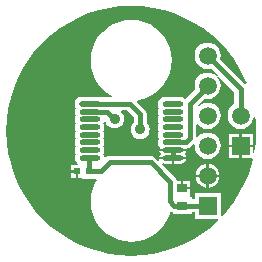
<source format=gtl>
G04*
G04 #@! TF.GenerationSoftware,Altium Limited,Altium Designer,19.1.5 (86)*
G04*
G04 Layer_Physical_Order=1*
G04 Layer_Color=255*
%FSLAX25Y25*%
%MOIN*%
G70*
G01*
G75*
%ADD14O,0.07000X0.01900*%
G04:AMPARAMS|DCode=15|XSize=19mil|YSize=70mil|CornerRadius=4.75mil|HoleSize=0mil|Usage=FLASHONLY|Rotation=270.000|XOffset=0mil|YOffset=0mil|HoleType=Round|Shape=RoundedRectangle|*
%AMROUNDEDRECTD15*
21,1,0.01900,0.06050,0,0,270.0*
21,1,0.00950,0.07000,0,0,270.0*
1,1,0.00950,-0.03025,-0.00475*
1,1,0.00950,-0.03025,0.00475*
1,1,0.00950,0.03025,0.00475*
1,1,0.00950,0.03025,-0.00475*
%
%ADD15ROUNDEDRECTD15*%
%ADD16R,0.03500X0.03000*%
%ADD17R,0.02200X0.02200*%
%ADD24C,0.01500*%
%ADD25C,0.05906*%
%ADD26R,0.05906X0.05906*%
%ADD27C,0.03543*%
G36*
X3630Y41488D02*
X7232Y41014D01*
X10779Y40228D01*
X14244Y39135D01*
X17601Y37745D01*
X20823Y36067D01*
X23888Y34115D01*
X26770Y31903D01*
X29449Y29449D01*
X31903Y26770D01*
X34115Y23888D01*
X36067Y20823D01*
X37745Y17601D01*
X38501Y15776D01*
X38058Y15539D01*
X38050Y15550D01*
X29739Y23861D01*
X29741Y23864D01*
X29890Y25000D01*
X29741Y26136D01*
X29302Y27195D01*
X28604Y28104D01*
X27695Y28802D01*
X26636Y29241D01*
X25500Y29390D01*
X24364Y29241D01*
X23305Y28802D01*
X22396Y28104D01*
X21698Y27195D01*
X21259Y26136D01*
X21110Y25000D01*
X21259Y23864D01*
X21698Y22805D01*
X22396Y21896D01*
X23305Y21198D01*
X24364Y20759D01*
X25500Y20610D01*
X26636Y20759D01*
X26639Y20761D01*
X28866Y18534D01*
X28535Y18157D01*
X27695Y18802D01*
X26636Y19241D01*
X25500Y19390D01*
X24364Y19241D01*
X23305Y18802D01*
X22396Y18104D01*
X21698Y17195D01*
X21259Y16136D01*
X21110Y15000D01*
X21259Y13864D01*
X21260Y13861D01*
X18062Y10662D01*
X17317Y11160D01*
X16400Y11343D01*
X11300D01*
X10383Y11160D01*
X9606Y10641D01*
X9086Y9863D01*
X8904Y8946D01*
X9086Y8029D01*
X9329Y7667D01*
X9086Y7304D01*
X8904Y6387D01*
X9086Y5471D01*
X9329Y5108D01*
X9086Y4745D01*
X8904Y3828D01*
X9086Y2911D01*
X9329Y2549D01*
X9086Y2186D01*
X8904Y1269D01*
X9086Y352D01*
X9329Y-10D01*
X9086Y-373D01*
X8904Y-1290D01*
X9086Y-2207D01*
X9329Y-2569D01*
X9086Y-2932D01*
X8904Y-3849D01*
X9086Y-4766D01*
X9569Y-5488D01*
X9463Y-5647D01*
X9391Y-6008D01*
X10301D01*
X10383Y-6063D01*
X11300Y-6245D01*
X13850D01*
X16400D01*
X17317Y-6063D01*
X17399Y-6008D01*
X18309D01*
X18297Y-5951D01*
X19067Y-5798D01*
X19778Y-5322D01*
X20682Y-4418D01*
X21156Y-4652D01*
X21110Y-5000D01*
X21259Y-6136D01*
X21698Y-7195D01*
X22396Y-8104D01*
X23305Y-8802D01*
X24364Y-9241D01*
X25500Y-9390D01*
X26636Y-9241D01*
X27695Y-8802D01*
X28604Y-8104D01*
X29302Y-7195D01*
X29741Y-6136D01*
X29890Y-5000D01*
X29741Y-3864D01*
X29302Y-2805D01*
X28604Y-1896D01*
X27695Y-1198D01*
X26636Y-759D01*
X25500Y-610D01*
X24364Y-759D01*
X23305Y-1198D01*
X22396Y-1896D01*
X22192Y-2161D01*
X21692Y-1991D01*
Y1991D01*
X22192Y2161D01*
X22396Y1896D01*
X23305Y1198D01*
X24364Y759D01*
X25500Y610D01*
X26636Y759D01*
X27695Y1198D01*
X28604Y1896D01*
X29302Y2805D01*
X29741Y3864D01*
X29890Y5000D01*
X29741Y6136D01*
X29302Y7195D01*
X28604Y8104D01*
X27695Y8802D01*
X26636Y9241D01*
X25500Y9390D01*
X24364Y9241D01*
X23305Y8802D01*
X22465Y8157D01*
X22134Y8534D01*
X24361Y10761D01*
X24364Y10759D01*
X25500Y10610D01*
X26636Y10759D01*
X27695Y11198D01*
X28604Y11896D01*
X29302Y12805D01*
X29741Y13864D01*
X29890Y15000D01*
X29741Y16136D01*
X29302Y17195D01*
X28657Y18035D01*
X29034Y18366D01*
X34308Y13092D01*
Y8803D01*
X34305Y8802D01*
X33396Y8104D01*
X32698Y7195D01*
X32259Y6136D01*
X32110Y5000D01*
X32259Y3864D01*
X32698Y2805D01*
X33396Y1896D01*
X34305Y1198D01*
X35364Y759D01*
X36500Y610D01*
X37636Y759D01*
X38695Y1198D01*
X39604Y1896D01*
X40302Y2805D01*
X40741Y3864D01*
X40847Y4671D01*
X41351D01*
X41488Y3630D01*
X41647Y0D01*
X41488Y-3630D01*
X41014Y-7232D01*
X40953Y-7508D01*
X40453Y-7453D01*
Y-5400D01*
X36900D01*
Y-8953D01*
X40120D01*
X40529Y-9421D01*
X40228Y-10779D01*
X39135Y-14244D01*
X37745Y-17601D01*
X36067Y-20823D01*
X34115Y-23888D01*
X31903Y-26770D01*
X30319Y-28499D01*
X29853Y-28318D01*
Y-20647D01*
X21147D01*
Y-22708D01*
X20150D01*
Y-22000D01*
X19991D01*
X19750Y-21600D01*
Y-19500D01*
X17000D01*
Y-19100D01*
X16600D01*
Y-16600D01*
X15112D01*
X15025Y-16161D01*
X14550Y-15450D01*
X10334Y-11234D01*
X10413Y-11069D01*
X10629Y-10822D01*
X11300Y-10955D01*
X13450D01*
Y-9367D01*
X9391D01*
X9445Y-9638D01*
X9198Y-9854D01*
X9033Y-9933D01*
X8050Y-8950D01*
X7339Y-8475D01*
X6500Y-8308D01*
X-7000D01*
X-7839Y-8475D01*
X-8416Y-8860D01*
X-8831Y-8748D01*
X-8962Y-8655D01*
X-9086Y-8029D01*
X-9329Y-7667D01*
X-9086Y-7304D01*
X-8904Y-6387D01*
X-9086Y-5471D01*
X-9329Y-5108D01*
X-9086Y-4745D01*
X-8904Y-3828D01*
X-9086Y-2911D01*
X-9329Y-2549D01*
X-9086Y-2186D01*
X-8904Y-1269D01*
X-9086Y-352D01*
X-9329Y10D01*
X-9086Y373D01*
X-8904Y1290D01*
X-9086Y2207D01*
X-9329Y2569D01*
X-9086Y2932D01*
X-9060Y3063D01*
X-8917Y3096D01*
X-8549Y3072D01*
X-8270Y2400D01*
X-7762Y1738D01*
X-7100Y1230D01*
X-6328Y910D01*
X-5500Y801D01*
X-4672Y910D01*
X-3901Y1230D01*
X-3238Y1738D01*
X-2730Y2400D01*
X-2410Y3172D01*
X-2301Y4000D01*
X-2410Y4828D01*
X-2730Y5599D01*
X-3238Y6262D01*
X-3255Y6275D01*
X-3085Y6775D01*
X-1375D01*
X808Y4592D01*
Y2816D01*
X738Y2762D01*
X230Y2100D01*
X-90Y1328D01*
X-199Y500D01*
X-90Y-328D01*
X230Y-1099D01*
X738Y-1762D01*
X1400Y-2270D01*
X2172Y-2590D01*
X3000Y-2699D01*
X3828Y-2590D01*
X4600Y-2270D01*
X5262Y-1762D01*
X5770Y-1099D01*
X6090Y-328D01*
X6199Y500D01*
X6090Y1328D01*
X5770Y2100D01*
X5262Y2762D01*
X5192Y2816D01*
Y5500D01*
X5025Y6339D01*
X4550Y7050D01*
X1908Y9692D01*
X2008Y9963D01*
X2138Y10170D01*
X4172Y10658D01*
X6130Y11469D01*
X7937Y12576D01*
X9548Y13952D01*
X10924Y15563D01*
X12031Y17370D01*
X12842Y19327D01*
X13336Y21388D01*
X13503Y23500D01*
X13336Y25612D01*
X12842Y27673D01*
X12031Y29630D01*
X10924Y31437D01*
X9548Y33048D01*
X7937Y34424D01*
X6130Y35531D01*
X4172Y36342D01*
X2112Y36836D01*
X0Y37003D01*
X-2112Y36836D01*
X-4172Y36342D01*
X-6130Y35531D01*
X-7937Y34424D01*
X-9548Y33048D01*
X-10924Y31437D01*
X-12031Y29630D01*
X-12842Y27673D01*
X-13336Y25612D01*
X-13503Y23500D01*
X-13336Y21388D01*
X-12842Y19327D01*
X-12031Y17370D01*
X-10924Y15563D01*
X-9548Y13952D01*
X-7937Y12576D01*
X-6440Y11659D01*
X-6581Y11159D01*
X-10020D01*
X-10093Y11208D01*
X-10825Y11354D01*
X-16875D01*
X-17607Y11208D01*
X-18227Y10794D01*
X-18641Y10174D01*
X-18787Y9442D01*
Y8492D01*
X-18641Y7760D01*
X-18482Y7522D01*
X-18614Y7325D01*
X-18796Y6408D01*
X-18614Y5491D01*
X-18371Y5128D01*
X-18614Y4766D01*
X-18796Y3849D01*
X-18614Y2932D01*
X-18371Y2569D01*
X-18614Y2207D01*
X-18796Y1290D01*
X-18614Y373D01*
X-18371Y10D01*
X-18614Y-352D01*
X-18796Y-1269D01*
X-18614Y-2186D01*
X-18371Y-2549D01*
X-18614Y-2911D01*
X-18796Y-3828D01*
X-18614Y-4745D01*
X-18371Y-5108D01*
X-18614Y-5471D01*
X-18796Y-6387D01*
X-18614Y-7304D01*
X-18371Y-7667D01*
X-18614Y-8029D01*
X-18796Y-8946D01*
X-18614Y-9863D01*
X-18094Y-10641D01*
X-17706Y-10900D01*
X-17858Y-11400D01*
X-20100D01*
Y-13100D01*
X-18000D01*
Y-13500D01*
X-17600D01*
Y-15600D01*
X-16500D01*
Y-16000D01*
X-11778D01*
X-11497Y-16499D01*
X-12031Y-17370D01*
X-12842Y-19327D01*
X-13336Y-21388D01*
X-13503Y-23500D01*
X-13336Y-25612D01*
X-12842Y-27673D01*
X-12031Y-29630D01*
X-10924Y-31437D01*
X-9548Y-33048D01*
X-7937Y-34424D01*
X-6130Y-35531D01*
X-4172Y-36342D01*
X-2112Y-36836D01*
X0Y-37003D01*
X2112Y-36836D01*
X4172Y-36342D01*
X6130Y-35531D01*
X7937Y-34424D01*
X9548Y-33048D01*
X10924Y-31437D01*
X12031Y-29630D01*
X12842Y-27673D01*
X12977Y-27110D01*
X13441Y-26910D01*
X13850Y-27123D01*
Y-27800D01*
X20150D01*
Y-27092D01*
X21147D01*
Y-29353D01*
X28813D01*
X29008Y-29853D01*
X26770Y-31903D01*
X23888Y-34115D01*
X20823Y-36067D01*
X17601Y-37745D01*
X14244Y-39135D01*
X10779Y-40228D01*
X7232Y-41014D01*
X3630Y-41488D01*
X0Y-41647D01*
X-3630Y-41488D01*
X-7232Y-41014D01*
X-10779Y-40228D01*
X-14244Y-39135D01*
X-17601Y-37745D01*
X-20823Y-36067D01*
X-23888Y-34115D01*
X-26770Y-31903D01*
X-29449Y-29449D01*
X-31903Y-26770D01*
X-34115Y-23888D01*
X-36067Y-20823D01*
X-37745Y-17601D01*
X-39135Y-14244D01*
X-40228Y-10779D01*
X-41014Y-7232D01*
X-41488Y-3630D01*
X-41647Y0D01*
X-41488Y3630D01*
X-41014Y7232D01*
X-40228Y10779D01*
X-39135Y14244D01*
X-37745Y17601D01*
X-36067Y20823D01*
X-34115Y23888D01*
X-31903Y26770D01*
X-29449Y29449D01*
X-26770Y31903D01*
X-23888Y34115D01*
X-20823Y36067D01*
X-17601Y37745D01*
X-14244Y39135D01*
X-10779Y40228D01*
X-7232Y41014D01*
X-3630Y41488D01*
X0Y41647D01*
X3630Y41488D01*
D02*
G37*
%LPC*%
G36*
X40453Y-1047D02*
X36900D01*
Y-4600D01*
X40453D01*
Y-1047D01*
D02*
G37*
G36*
X36100D02*
X32547D01*
Y-4600D01*
X36100D01*
Y-1047D01*
D02*
G37*
G36*
X18309Y-6808D02*
X13850D01*
X9391D01*
X9463Y-7169D01*
X9810Y-7687D01*
X9463Y-8206D01*
X9391Y-8567D01*
X13850D01*
X18309D01*
X18237Y-8206D01*
X17890Y-7687D01*
X18237Y-7169D01*
X18309Y-6808D01*
D02*
G37*
G36*
X36100Y-5400D02*
X32547D01*
Y-8953D01*
X36100D01*
Y-5400D01*
D02*
G37*
G36*
X18309Y-9367D02*
X14250D01*
Y-10955D01*
X16400D01*
X17161Y-10804D01*
X17806Y-10373D01*
X18237Y-9728D01*
X18309Y-9367D01*
D02*
G37*
G36*
X25900Y-11066D02*
Y-14600D01*
X29434D01*
X29351Y-13968D01*
X28953Y-13007D01*
X28319Y-12181D01*
X27493Y-11547D01*
X26532Y-11149D01*
X25900Y-11066D01*
D02*
G37*
G36*
X25100D02*
X24468Y-11149D01*
X23507Y-11547D01*
X22681Y-12181D01*
X22047Y-13007D01*
X21649Y-13968D01*
X21566Y-14600D01*
X25100D01*
Y-11066D01*
D02*
G37*
G36*
X-18400Y-13900D02*
X-20100D01*
Y-15600D01*
X-18400D01*
Y-13900D01*
D02*
G37*
G36*
X19750Y-16600D02*
X17400D01*
Y-18700D01*
X19750D01*
Y-16600D01*
D02*
G37*
G36*
X29434Y-15400D02*
X25900D01*
Y-18934D01*
X26532Y-18851D01*
X27493Y-18453D01*
X28319Y-17819D01*
X28953Y-16993D01*
X29351Y-16032D01*
X29434Y-15400D01*
D02*
G37*
G36*
X25100D02*
X21566D01*
X21649Y-16032D01*
X22047Y-16993D01*
X22681Y-17819D01*
X23507Y-18453D01*
X24468Y-18851D01*
X25100Y-18934D01*
Y-15400D01*
D02*
G37*
%LPD*%
D14*
X-13850Y-8946D02*
D03*
X13850Y8946D02*
D03*
Y-1290D02*
D03*
X-13850Y1290D02*
D03*
X13850Y6387D02*
D03*
Y3828D02*
D03*
X-13850Y6408D02*
D03*
Y-3828D02*
D03*
Y-6387D02*
D03*
Y3849D02*
D03*
X13850Y1269D02*
D03*
X-13850Y-1269D02*
D03*
X13850Y-8967D02*
D03*
Y-6408D02*
D03*
Y-3849D02*
D03*
D15*
X-13850Y8967D02*
D03*
D16*
X17000Y-24900D02*
D03*
Y-19100D02*
D03*
D17*
X-18000Y-13500D02*
D03*
X-14000D02*
D03*
D24*
X-7908Y6408D02*
X-5500Y4000D01*
X-13850Y6408D02*
X-7908D01*
X3000Y500D02*
Y5500D01*
X-467Y8967D02*
X3000Y5500D01*
X-13850Y8967D02*
X-467D01*
X25142Y14642D02*
Y15000D01*
X19500Y-2500D02*
Y9000D01*
X25142Y14642D01*
X18228Y-3772D02*
X19500Y-2500D01*
X13927Y-3772D02*
X18228D01*
X13850Y-3849D02*
X13927Y-3772D01*
X13850Y-8967D02*
Y-6408D01*
X-14000Y-9097D02*
X-13850Y-8946D01*
X-14000Y-13500D02*
Y-9097D01*
Y-13500D02*
X-10000D01*
X-7000Y-10500D01*
X6500D01*
X13000Y-17000D01*
X25400Y-24900D02*
X25500Y-25000D01*
X17000Y-24900D02*
X25400D01*
X13000Y-23500D02*
Y-17000D01*
X25142Y15000D02*
X25500D01*
X14400Y-24900D02*
X17000D01*
X13000Y-23500D02*
X14400Y-24900D01*
X36500Y5000D02*
Y14000D01*
X25500Y25000D02*
X36500Y14000D01*
X24308Y-5000D02*
X25500D01*
D25*
X36500Y5000D02*
D03*
X25500Y-15000D02*
D03*
Y-5000D02*
D03*
Y5000D02*
D03*
Y15000D02*
D03*
Y25000D02*
D03*
D26*
X36500Y-5000D02*
D03*
X25500Y-25000D02*
D03*
D27*
X-5500Y4000D02*
D03*
X3000Y500D02*
D03*
X-16500Y16000D02*
D03*
X17500Y-13500D02*
D03*
X17000Y17500D02*
D03*
X-24000Y-8000D02*
D03*
X-18500Y-18500D02*
D03*
X-3000Y-4500D02*
D03*
M02*

</source>
